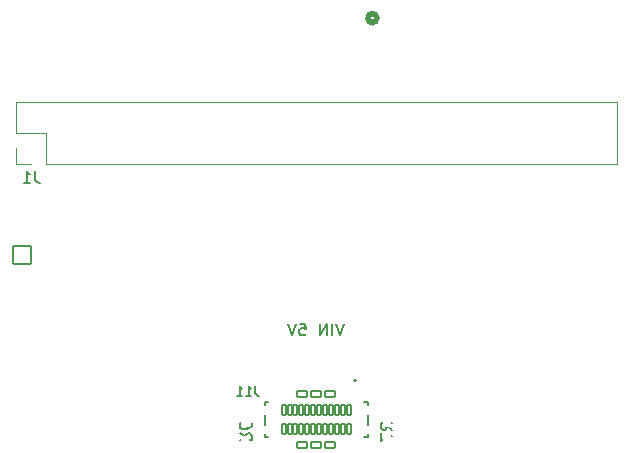
<source format=gbr>
%TF.GenerationSoftware,KiCad,Pcbnew,9.0.2*%
%TF.CreationDate,2025-09-25T16:22:03-05:00*%
%TF.ProjectId,dreamV1_0,64726561-6d56-4315-9f30-2e6b69636164,1*%
%TF.SameCoordinates,Original*%
%TF.FileFunction,Legend,Bot*%
%TF.FilePolarity,Positive*%
%FSLAX46Y46*%
G04 Gerber Fmt 4.6, Leading zero omitted, Abs format (unit mm)*
G04 Created by KiCad (PCBNEW 9.0.2) date 2025-09-25 16:22:03*
%MOMM*%
%LPD*%
G01*
G04 APERTURE LIST*
G04 Aperture macros list*
%AMRoundRect*
0 Rectangle with rounded corners*
0 $1 Rounding radius*
0 $2 $3 $4 $5 $6 $7 $8 $9 X,Y pos of 4 corners*
0 Add a 4 corners polygon primitive as box body*
4,1,4,$2,$3,$4,$5,$6,$7,$8,$9,$2,$3,0*
0 Add four circle primitives for the rounded corners*
1,1,$1+$1,$2,$3*
1,1,$1+$1,$4,$5*
1,1,$1+$1,$6,$7*
1,1,$1+$1,$8,$9*
0 Add four rect primitives between the rounded corners*
20,1,$1+$1,$2,$3,$4,$5,0*
20,1,$1+$1,$4,$5,$6,$7,0*
20,1,$1+$1,$6,$7,$8,$9,0*
20,1,$1+$1,$8,$9,$2,$3,0*%
G04 Aperture macros list end*
%ADD10C,0.150000*%
%ADD11C,0.508000*%
%ADD12C,0.120000*%
%ADD13C,0.127000*%
%ADD14C,0.200000*%
%ADD15RoundRect,0.102000X-0.754000X-0.754000X0.754000X-0.754000X0.754000X0.754000X-0.754000X0.754000X0*%
%ADD16C,1.712000*%
%ADD17C,1.300000*%
%ADD18R,1.700000X1.700000*%
%ADD19O,1.700000X1.700000*%
%ADD20R,0.762000X0.558800*%
%ADD21C,0.660000*%
%ADD22C,0.580000*%
%ADD23RoundRect,0.102000X0.410000X0.275000X-0.410000X0.275000X-0.410000X-0.275000X0.410000X-0.275000X0*%
%ADD24C,1.304000*%
%ADD25RoundRect,0.102000X0.557560X-0.129814X-0.242900X0.518386X-0.557560X0.129814X0.242900X-0.518386X0*%
%ADD26RoundRect,0.102000X0.242900X0.518386X-0.557560X-0.129814X-0.242900X-0.518386X0.557560X0.129814X0*%
%ADD27RoundRect,0.102000X0.150000X0.425000X-0.150000X0.425000X-0.150000X-0.425000X0.150000X-0.425000X0*%
G04 APERTURE END LIST*
D10*
X-7619049Y8130181D02*
X-7952382Y7130181D01*
X-7952382Y7130181D02*
X-8285715Y8130181D01*
X-8619049Y7130181D02*
X-8619049Y8130181D01*
X-9095239Y7130181D02*
X-9095239Y8130181D01*
X-9095239Y8130181D02*
X-9666667Y7130181D01*
X-9666667Y7130181D02*
X-9666667Y8130181D01*
X-11380953Y8130181D02*
X-10904763Y8130181D01*
X-10904763Y8130181D02*
X-10857144Y7653991D01*
X-10857144Y7653991D02*
X-10904763Y7701610D01*
X-10904763Y7701610D02*
X-11000001Y7749229D01*
X-11000001Y7749229D02*
X-11238096Y7749229D01*
X-11238096Y7749229D02*
X-11333334Y7701610D01*
X-11333334Y7701610D02*
X-11380953Y7653991D01*
X-11380953Y7653991D02*
X-11428572Y7558753D01*
X-11428572Y7558753D02*
X-11428572Y7320658D01*
X-11428572Y7320658D02*
X-11380953Y7225420D01*
X-11380953Y7225420D02*
X-11333334Y7177800D01*
X-11333334Y7177800D02*
X-11238096Y7130181D01*
X-11238096Y7130181D02*
X-11000001Y7130181D01*
X-11000001Y7130181D02*
X-10904763Y7177800D01*
X-10904763Y7177800D02*
X-10857144Y7225420D01*
X-11714287Y8130181D02*
X-12047620Y7130181D01*
X-12047620Y7130181D02*
X-12380953Y8130181D01*
X-33766667Y21045181D02*
X-33766667Y20330896D01*
X-33766667Y20330896D02*
X-33719048Y20188039D01*
X-33719048Y20188039D02*
X-33623810Y20092800D01*
X-33623810Y20092800D02*
X-33480953Y20045181D01*
X-33480953Y20045181D02*
X-33385715Y20045181D01*
X-34766667Y20045181D02*
X-34195239Y20045181D01*
X-34480953Y20045181D02*
X-34480953Y21045181D01*
X-34480953Y21045181D02*
X-34385715Y20902324D01*
X-34385715Y20902324D02*
X-34290477Y20807086D01*
X-34290477Y20807086D02*
X-34195239Y20759467D01*
X-3545181Y-833333D02*
X-4021372Y-500000D01*
X-3545181Y-261905D02*
X-4545181Y-261905D01*
X-4545181Y-261905D02*
X-4545181Y-642857D01*
X-4545181Y-642857D02*
X-4497562Y-738095D01*
X-4497562Y-738095D02*
X-4449943Y-785714D01*
X-4449943Y-785714D02*
X-4354705Y-833333D01*
X-4354705Y-833333D02*
X-4211848Y-833333D01*
X-4211848Y-833333D02*
X-4116610Y-785714D01*
X-4116610Y-785714D02*
X-4068991Y-738095D01*
X-4068991Y-738095D02*
X-4021372Y-642857D01*
X-4021372Y-642857D02*
X-4021372Y-261905D01*
X-4545181Y-1166667D02*
X-4545181Y-1833333D01*
X-4545181Y-1833333D02*
X-3545181Y-1404762D01*
X-16454820Y-1166666D02*
X-15978629Y-1499999D01*
X-16454820Y-1738094D02*
X-15454820Y-1738094D01*
X-15454820Y-1738094D02*
X-15454820Y-1357142D01*
X-15454820Y-1357142D02*
X-15502439Y-1261904D01*
X-15502439Y-1261904D02*
X-15550058Y-1214285D01*
X-15550058Y-1214285D02*
X-15645296Y-1166666D01*
X-15645296Y-1166666D02*
X-15788153Y-1166666D01*
X-15788153Y-1166666D02*
X-15883391Y-1214285D01*
X-15883391Y-1214285D02*
X-15931010Y-1261904D01*
X-15931010Y-1261904D02*
X-15978629Y-1357142D01*
X-15978629Y-1357142D02*
X-15978629Y-1738094D01*
X-15454820Y-309523D02*
X-15454820Y-499999D01*
X-15454820Y-499999D02*
X-15502439Y-595237D01*
X-15502439Y-595237D02*
X-15550058Y-642856D01*
X-15550058Y-642856D02*
X-15692915Y-738094D01*
X-15692915Y-738094D02*
X-15883391Y-785713D01*
X-15883391Y-785713D02*
X-16264343Y-785713D01*
X-16264343Y-785713D02*
X-16359581Y-738094D01*
X-16359581Y-738094D02*
X-16407200Y-690475D01*
X-16407200Y-690475D02*
X-16454820Y-595237D01*
X-16454820Y-595237D02*
X-16454820Y-404761D01*
X-16454820Y-404761D02*
X-16407200Y-309523D01*
X-16407200Y-309523D02*
X-16359581Y-261904D01*
X-16359581Y-261904D02*
X-16264343Y-214285D01*
X-16264343Y-214285D02*
X-16026248Y-214285D01*
X-16026248Y-214285D02*
X-15931010Y-261904D01*
X-15931010Y-261904D02*
X-15883391Y-309523D01*
X-15883391Y-309523D02*
X-15835772Y-404761D01*
X-15835772Y-404761D02*
X-15835772Y-595237D01*
X-15835772Y-595237D02*
X-15883391Y-690475D01*
X-15883391Y-690475D02*
X-15931010Y-738094D01*
X-15931010Y-738094D02*
X-16026248Y-785713D01*
X-15152381Y2837705D02*
X-15152381Y2266277D01*
X-15152381Y2266277D02*
X-15114286Y2151991D01*
X-15114286Y2151991D02*
X-15038095Y2075800D01*
X-15038095Y2075800D02*
X-14923810Y2037705D01*
X-14923810Y2037705D02*
X-14847619Y2037705D01*
X-15952381Y2037705D02*
X-15495238Y2037705D01*
X-15723810Y2037705D02*
X-15723810Y2837705D01*
X-15723810Y2837705D02*
X-15647619Y2723420D01*
X-15647619Y2723420D02*
X-15571429Y2647229D01*
X-15571429Y2647229D02*
X-15495238Y2609134D01*
X-16714286Y2037705D02*
X-16257143Y2037705D01*
X-16485715Y2037705D02*
X-16485715Y2837705D01*
X-16485715Y2837705D02*
X-16409524Y2723420D01*
X-16409524Y2723420D02*
X-16333334Y2647229D01*
X-16333334Y2647229D02*
X-16257143Y2609134D01*
D11*
%TO.C,J7*%
X-4856500Y34000000D02*
G75*
G02*
X-5618500Y34000000I-381000J0D01*
G01*
X-5618500Y34000000D02*
G75*
G02*
X-4856500Y34000000I381000J0D01*
G01*
D12*
%TO.C,J1*%
X-35430000Y26870000D02*
X-35430000Y24270000D01*
X-35430000Y26870000D02*
X15490000Y26870000D01*
X-35430000Y24270000D02*
X-32830000Y24270000D01*
X-35430000Y23000000D02*
X-35430000Y21670000D01*
X-35430000Y21670000D02*
X-34100000Y21670000D01*
X-32830000Y24270000D02*
X-32830000Y21670000D01*
X-32830000Y21670000D02*
X15490000Y21670000D01*
X15490000Y26870000D02*
X15490000Y21670000D01*
D13*
%TO.C,J11*%
X-14370000Y1480000D02*
X-14090000Y1480000D01*
X-14370000Y1250000D02*
X-14370000Y1480000D01*
X-14370000Y-410000D02*
X-14370000Y410000D01*
X-14370000Y-1250000D02*
X-14370000Y-1480000D01*
X-14370000Y-1480000D02*
X-14090000Y-1480000D01*
X-5910000Y1480000D02*
X-5630000Y1480000D01*
X-5630000Y1480000D02*
X-5630000Y1250000D01*
X-5630000Y410000D02*
X-5630000Y-410000D01*
X-5630000Y-1250000D02*
X-5630000Y-1480000D01*
X-5630000Y-1480000D02*
X-5910000Y-1480000D01*
D14*
X-6600000Y3300000D02*
G75*
G02*
X-6800000Y3300000I-100000J0D01*
G01*
X-6800000Y3300000D02*
G75*
G02*
X-6600000Y3300000I100000J0D01*
G01*
%TD*%
%LPC*%
D15*
%TO.C,J5*%
X-34920000Y13980000D03*
D16*
X-34920000Y16520000D03*
X-37460000Y13980000D03*
X-37460000Y16520000D03*
X-40000000Y13980000D03*
X-40000000Y16520000D03*
X-42540000Y13980000D03*
X-42540000Y16520000D03*
X-45080000Y13980000D03*
X-45080000Y16520000D03*
%TD*%
D17*
%TO.C,S1*%
X10000000Y35000000D03*
X10000000Y40080000D03*
X4920000Y35000000D03*
X4920000Y40080000D03*
%TD*%
%TO.C,IC1*%
X-8200000Y-25000000D03*
X-8200000Y-21400000D03*
X-11800000Y-21400000D03*
X-11800000Y-25000000D03*
%TD*%
D18*
%TO.C,J1*%
X-34100000Y23000000D03*
D19*
X-34100000Y25540000D03*
X-31560000Y23000000D03*
X-31560000Y25540000D03*
X-29020000Y23000000D03*
X-29020000Y25540000D03*
X-26480000Y23000000D03*
X-26480000Y25540000D03*
X-23940000Y23000000D03*
X-23940000Y25540000D03*
X-21400000Y23000000D03*
X-21400000Y25540000D03*
X-18860000Y23000000D03*
X-18860000Y25540000D03*
X-16320000Y23000000D03*
X-16320000Y25540000D03*
X-13780000Y23000000D03*
X-13780000Y25540000D03*
X-11240000Y23000000D03*
X-11240000Y25540000D03*
X-8700000Y23000000D03*
X-8700000Y25540000D03*
X-6160000Y23000000D03*
X-6160000Y25540000D03*
X-3620000Y23000000D03*
X-3620000Y25540000D03*
X-1080000Y23000000D03*
X-1080000Y25540000D03*
X1460000Y23000000D03*
X1460000Y25540000D03*
X4000000Y23000000D03*
X4000000Y25540000D03*
X6540000Y23000000D03*
X6540000Y25540000D03*
X9080000Y23000000D03*
X9080000Y25540000D03*
X11620000Y23000000D03*
X11620000Y25540000D03*
X14160000Y23000000D03*
X14160000Y25540000D03*
%TD*%
D20*
%TO.C,R7*%
X-4000000Y-326900D03*
X-4000000Y-1673100D03*
%TD*%
%TO.C,R6*%
X-16000000Y-1673100D03*
X-16000000Y-326900D03*
%TD*%
D21*
%TO.C,J11*%
X-6250000Y0D03*
D22*
X-13750000Y0D03*
D23*
X-8800000Y2150000D03*
X-10000000Y2150000D03*
X-11200000Y2150000D03*
X-8800000Y-2150000D03*
X-10000000Y-2150000D03*
X-11200000Y-2150000D03*
D24*
X-7600000Y2150000D03*
X-12400000Y2150000D03*
X-7600000Y-2150000D03*
X-12400000Y-2150000D03*
D25*
X-6230000Y1000000D03*
D26*
X-13770000Y1000000D03*
X-6230000Y-1000000D03*
D25*
X-13770000Y-1000000D03*
D27*
X-7250000Y830000D03*
X-7750000Y830000D03*
X-8250000Y830000D03*
X-8750000Y830000D03*
X-9250000Y830000D03*
X-9750000Y830000D03*
X-10250000Y830000D03*
X-10750000Y830000D03*
X-11250000Y830000D03*
X-11750000Y830000D03*
X-12250000Y830000D03*
X-12750000Y830000D03*
X-12750000Y-830000D03*
X-12250000Y-830000D03*
X-11750000Y-830000D03*
X-11250000Y-830000D03*
X-10750000Y-830000D03*
X-10250000Y-830000D03*
X-9750000Y-830000D03*
X-9250000Y-830000D03*
X-8750000Y-830000D03*
X-8250000Y-830000D03*
X-7750000Y-830000D03*
X-7250000Y-830000D03*
%TD*%
%LPD*%
M02*

</source>
